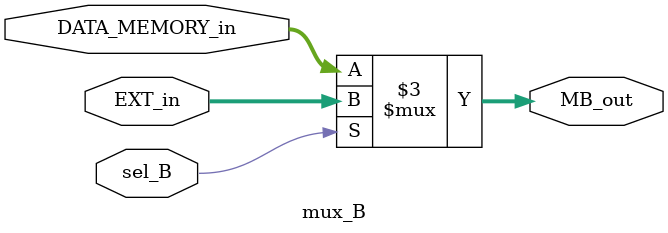
<source format=sv>
module mux_B
#(
    parameter DATA_WIDTH = 11
)
(
    input logic [DATA_WIDTH - 1:0] EXT_in, DATA_MEMORY_in,
    input logic sel_B,
    output logic [DATA_WIDTH - 1:0] MB_out
);

always_comb
    begin
        if(sel_B)
            MB_out <= EXT_in;
        else
            MB_out <= DATA_MEMORY_in;
    end
endmodule
</source>
